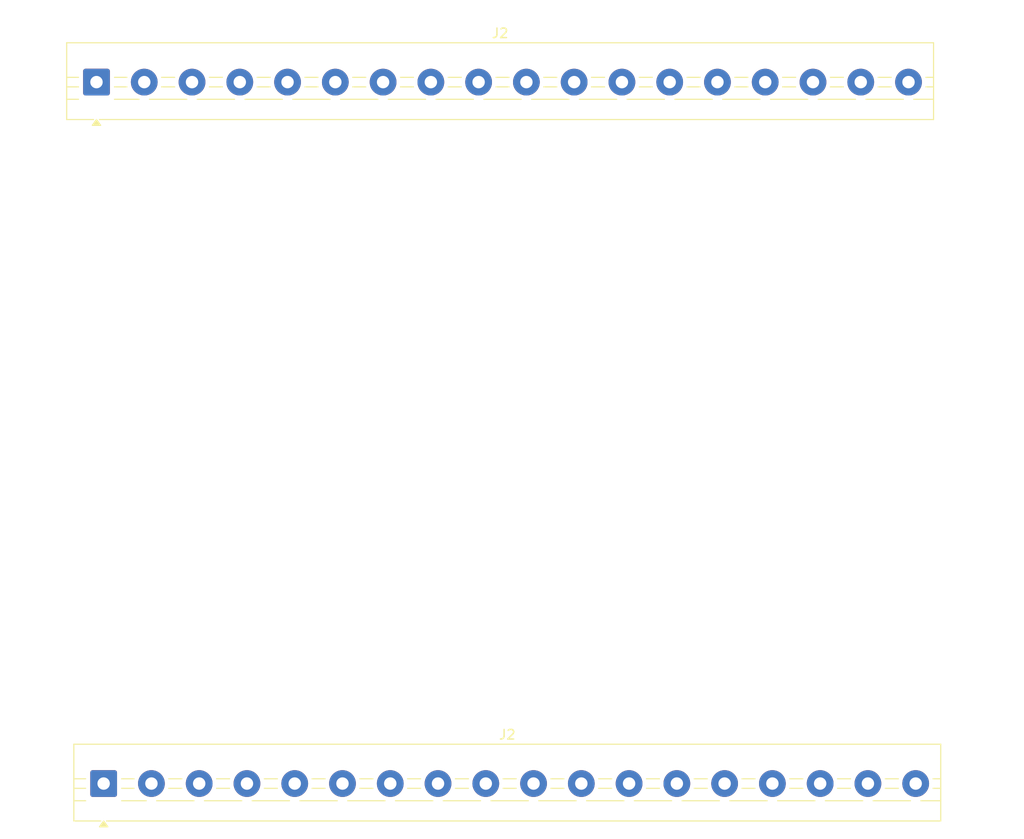
<source format=kicad_pcb>
(kicad_pcb (version 20241229) (generator "pcbnew") (generator_version "9.0")
  (layers (0 "F.Cu" signal) (2 "B.Cu" signal) (13 "F.Paste" user) (15 "B.Paste" user) (5 "F.SilkS" user "F.Silkscreen") (7 "B.SilkS" user "B.Silkscreen") (1 "F.Mask" user) (3 "B.Mask" user) (25 "Edge.Cuts" user))
  (net 0 "")
  (footprint "TerminalBlock:TerminalBlock_MaiXu_MX126-5.0-18P_1x18_P5.00mm" (layer "F.Cu") (at 70.75 112.9675)
    (property "Reference" "J2" (at 42.25 -5.12 0) (layer "F.SilkS"))
    (property "Value" "Screw_Terminal_01x18")
    (fp_line (start -3.12 -4.12) (end 87.62 -4.12) (stroke (width 0.12)) (layer "F.SilkS"))
    (fp_line (start -3.12 -0.5) (end -1.88 -0.5) (stroke (width 0.12)) (layer "F.SilkS"))
    (fp_line (start -3.12 0.5) (end -1.88 0.5) (stroke (width 0.12)) (layer "F.SilkS"))
    (fp_line (start -3.12 1.8) (end -1.88 1.8) (stroke (width 0.12)) (layer "F.SilkS"))
    (fp_line (start -3.12 3.92) (end -3.12 -4.12) (stroke (width 0.12)) (layer "F.SilkS"))
    (fp_line (start -0.3 3.92) (end -3.12 3.92) (stroke (width 0.12)) (layer "F.SilkS"))
    (fp_line (start 1.88 -0.5) (end 3.188 -0.5) (stroke (width 0.12)) (layer "F.SilkS"))
    (fp_line (start 1.88 0.5) (end 3.188 0.5) (stroke (width 0.12)) (layer "F.SilkS"))
    (fp_line (start 1.88 1.8) (end 4.457 1.8) (stroke (width 0.12)) (layer "F.SilkS"))
    (fp_line (start 5.543 1.8) (end 9.457 1.8) (stroke (width 0.12)) (layer "F.SilkS"))
    (fp_line (start 6.812 -0.5) (end 8.188 -0.5) (stroke (width 0.12)) (layer "F.SilkS"))
    (fp_line (start 6.812 0.5) (end 8.188 0.5) (stroke (width 0.12)) (layer "F.SilkS"))
    (fp_line (start 10.543 1.8) (end 14.457 1.8) (stroke (width 0.12)) (layer "F.SilkS"))
    (fp_line (start 11.812 -0.5) (end 13.188 -0.5) (stroke (width 0.12)) (layer "F.SilkS"))
    (fp_line (start 11.812 0.5) (end 13.188 0.5) (stroke (width 0.12)) (layer "F.SilkS"))
    (fp_line (start 15.543 1.8) (end 19.457 1.8) (stroke (width 0.12)) (layer "F.SilkS"))
    (fp_line (start 16.812 -0.5) (end 18.188 -0.5) (stroke (width 0.12)) (layer "F.SilkS"))
    (fp_line (start 16.812 0.5) (end 18.188 0.5) (stroke (width 0.12)) (layer "F.SilkS"))
    (fp_line (start 20.543 1.8) (end 24.457 1.8) (stroke (width 0.12)) (layer "F.SilkS"))
    (fp_line (start 21.812 -0.5) (end 23.188 -0.5) (stroke (width 0.12)) (layer "F.SilkS"))
    (fp_line (start 21.812 0.5) (end 23.188 0.5) (stroke (width 0.12)) (layer "F.SilkS"))
    (fp_line (start 25.543 1.8) (end 29.457 1.8) (stroke (width 0.12)) (layer "F.SilkS"))
    (fp_line (start 26.812 -0.5) (end 28.188 -0.5) (stroke (width 0.12)) (layer "F.SilkS"))
    (fp_line (start 26.812 0.5) (end 28.188 0.5) (stroke (width 0.12)) (layer "F.SilkS"))
    (fp_line (start 30.543 1.8) (end 34.457 1.8) (stroke (width 0.12)) (layer "F.SilkS"))
    (fp_line (start 31.812 -0.5) (end 33.188 -0.5) (stroke (width 0.12)) (layer "F.SilkS"))
    (fp_line (start 31.812 0.5) (end 33.188 0.5) (stroke (width 0.12)) (layer "F.SilkS"))
    (fp_line (start 35.543 1.8) (end 39.457 1.8) (stroke (width 0.12)) (layer "F.SilkS"))
    (fp_line (start 36.812 -0.5) (end 38.188 -0.5) (stroke (width 0.12)) (layer "F.SilkS"))
    (fp_line (start 36.812 0.5) (end 38.188 0.5) (stroke (width 0.12)) (layer "F.SilkS"))
    (fp_line (start 40.543 1.8) (end 44.457 1.8) (stroke (width 0.12)) (layer "F.SilkS"))
    (fp_line (start 41.812 -0.5) (end 43.188 -0.5) (stroke (width 0.12)) (layer "F.SilkS"))
    (fp_line (start 41.812 0.5) (end 43.188 0.5) (stroke (width 0.12)) (layer "F.SilkS"))
    (fp_line (start 45.543 1.8) (end 49.457 1.8) (stroke (width 0.12)) (layer "F.SilkS"))
    (fp_line (start 46.812 -0.5) (end 48.188 -0.5) (stroke (width 0.12)) (layer "F.SilkS"))
    (fp_line (start 46.812 0.5) (end 48.188 0.5) (stroke (width 0.12)) (layer "F.SilkS"))
    (fp_line (start 50.543 1.8) (end 54.457 1.8) (stroke (width 0.12)) (layer "F.SilkS"))
    (fp_line (start 51.812 -0.5) (end 53.188 -0.5) (stroke (width 0.12)) (layer "F.SilkS"))
    (fp_line (start 51.812 0.5) (end 53.188 0.5) (stroke (width 0.12)) (layer "F.SilkS"))
    (fp_line (start 55.543 1.8) (end 59.457 1.8) (stroke (width 0.12)) (layer "F.SilkS"))
    (fp_line (start 56.812 -0.5) (end 58.188 -0.5) (stroke (width 0.12)) (layer "F.SilkS"))
    (fp_line (start 56.812 0.5) (end 58.188 0.5) (stroke (width 0.12)) (layer "F.SilkS"))
    (fp_line (start 60.543 1.8) (end 64.457 1.8) (stroke (width 0.12)) (layer "F.SilkS"))
    (fp_line (start 61.812 -0.5) (end 63.188 -0.5) (stroke (width 0.12)) (layer "F.SilkS"))
    (fp_line (start 61.812 0.5) (end 63.188 0.5) (stroke (width 0.12)) (layer "F.SilkS"))
    (fp_line (start 65.543 1.8) (end 69.457 1.8) (stroke (width 0.12)) (layer "F.SilkS"))
    (fp_line (start 66.812 -0.5) (end 68.188 -0.5) (stroke (width 0.12)) (layer "F.SilkS"))
    (fp_line (start 66.812 0.5) (end 68.188 0.5) (stroke (width 0.12)) (layer "F.SilkS"))
    (fp_line (start 70.543 1.8) (end 74.457 1.8) (stroke (width 0.12)) (layer "F.SilkS"))
    (fp_line (start 71.812 -0.5) (end 73.188 -0.5) (stroke (width 0.12)) (layer "F.SilkS"))
    (fp_line (start 71.812 0.5) (end 73.188 0.5) (stroke (width 0.12)) (layer "F.SilkS"))
    (fp_line (start 75.543 1.8) (end 79.457 1.8) (stroke (width 0.12)) (layer "F.SilkS"))
    (fp_line (start 76.812 -0.5) (end 78.188 -0.5) (stroke (width 0.12)) (layer "F.SilkS"))
    (fp_line (start 76.812 0.5) (end 78.188 0.5) (stroke (width 0.12)) (layer "F.SilkS"))
    (fp_line (start 80.543 1.8) (end 84.457 1.8) (stroke (width 0.12)) (layer "F.SilkS"))
    (fp_line (start 81.812 -0.5) (end 83.188 -0.5) (stroke (width 0.12)) (layer "F.SilkS"))
    (fp_line (start 81.812 0.5) (end 83.188 0.5) (stroke (width 0.12)) (layer "F.SilkS"))
    (fp_line (start 85.543 1.8) (end 87.62 1.8) (stroke (width 0.12)) (layer "F.SilkS"))
    (fp_line (start 86.812 -0.5) (end 87.62 -0.5) (stroke (width 0.12)) (layer "F.SilkS"))
    (fp_line (start 86.812 0.5) (end 87.62 0.5) (stroke (width 0.12)) (layer "F.SilkS"))
    (fp_line (start 87.62 -4.12) (end 87.62 3.92) (stroke (width 0.12)) (layer "F.SilkS"))
    (fp_line (start 87.62 3.92) (end 0.3 3.92) (stroke (width 0.12)) (layer "F.SilkS"))
    (fp_poly (pts (xy 0 3.92) (xy 0.44 4.53) (xy -0.44 4.53)) (stroke (width 0.12)) (fill yes) (layer "F.SilkS"))
    (pad "1" thru_hole roundrect (at 0 0) (size 2.8 2.8) (drill 1.3) (layers "*.Cu" "*.Mask") (roundrect_rratio 0.089286))
    (pad "2" thru_hole circle (at 5 0) (size 2.8 2.8) (drill 1.3) (layers "*.Cu" "*.Mask"))
    (pad "3" thru_hole circle (at 10 0) (size 2.8 2.8) (drill 1.3) (layers "*.Cu" "*.Mask"))
    (pad "4" thru_hole circle (at 15 0) (size 2.8 2.8) (drill 1.3) (layers "*.Cu" "*.Mask"))
    (pad "5" thru_hole circle (at 20 0) (size 2.8 2.8) (drill 1.3) (layers "*.Cu" "*.Mask"))
    (pad "6" thru_hole circle (at 25 0) (size 2.8 2.8) (drill 1.3) (layers "*.Cu" "*.Mask"))
    (pad "7" thru_hole circle (at 30 0) (size 2.8 2.8) (drill 1.3) (layers "*.Cu" "*.Mask"))
    (pad "8" thru_hole circle (at 35 0) (size 2.8 2.8) (drill 1.3) (layers "*.Cu" "*.Mask"))
    (pad "9" thru_hole circle (at 40 0) (size 2.8 2.8) (drill 1.3) (layers "*.Cu" "*.Mask"))
    (pad "10" thru_hole circle (at 45 0) (size 2.8 2.8) (drill 1.3) (layers "*.Cu" "*.Mask"))
    (pad "11" thru_hole circle (at 50 0) (size 2.8 2.8) (drill 1.3) (layers "*.Cu" "*.Mask"))
    (pad "12" thru_hole circle (at 55 0) (size 2.8 2.8) (drill 1.3) (layers "*.Cu" "*.Mask"))
    (pad "13" thru_hole circle (at 60 0) (size 2.8 2.8) (drill 1.3) (layers "*.Cu" "*.Mask"))
    (pad "14" thru_hole circle (at 65 0) (size 2.8 2.8) (drill 1.3) (layers "*.Cu" "*.Mask"))
    (pad "15" thru_hole circle (at 70 0) (size 2.8 2.8) (drill 1.3) (layers "*.Cu" "*.Mask"))
    (pad "16" thru_hole circle (at 75 0) (size 2.8 2.8) (drill 1.3) (layers "*.Cu" "*.Mask"))
    (pad "17" thru_hole circle (at 80 0) (size 2.8 2.8) (drill 1.3) (layers "*.Cu" "*.Mask"))
    (pad "18" thru_hole circle (at 85 0) (size 2.8 2.8) (drill 1.3) (layers "*.Cu" "*.Mask"))
  )
  (footprint "TerminalBlock:TerminalBlock_MaiXu_MX126-5.0-18P_1x18_P5.00mm" (layer "F.Cu") (at 70 39.5)
    (property "Reference" "J2" (at 42.25 -5.12 0) (layer "F.SilkS"))
    (property "Value" "Screw_Terminal_01x18")
    (fp_line (start -3.12 -4.12) (end 87.62 -4.12) (stroke (width 0.12)) (layer "F.SilkS"))
    (fp_line (start -3.12 -0.5) (end -1.88 -0.5) (stroke (width 0.12)) (layer "F.SilkS"))
    (fp_line (start -3.12 0.5) (end -1.88 0.5) (stroke (width 0.12)) (layer "F.SilkS"))
    (fp_line (start -3.12 1.8) (end -1.88 1.8) (stroke (width 0.12)) (layer "F.SilkS"))
    (fp_line (start -3.12 3.92) (end -3.12 -4.12) (stroke (width 0.12)) (layer "F.SilkS"))
    (fp_line (start -0.3 3.92) (end -3.12 3.92) (stroke (width 0.12)) (layer "F.SilkS"))
    (fp_line (start 1.88 -0.5) (end 3.188 -0.5) (stroke (width 0.12)) (layer "F.SilkS"))
    (fp_line (start 1.88 0.5) (end 3.188 0.5) (stroke (width 0.12)) (layer "F.SilkS"))
    (fp_line (start 1.88 1.8) (end 4.457 1.8) (stroke (width 0.12)) (layer "F.SilkS"))
    (fp_line (start 5.543 1.8) (end 9.457 1.8) (stroke (width 0.12)) (layer "F.SilkS"))
    (fp_line (start 6.812 -0.5) (end 8.188 -0.5) (stroke (width 0.12)) (layer "F.SilkS"))
    (fp_line (start 6.812 0.5) (end 8.188 0.5) (stroke (width 0.12)) (layer "F.SilkS"))
    (fp_line (start 10.543 1.8) (end 14.457 1.8) (stroke (width 0.12)) (layer "F.SilkS"))
    (fp_line (start 11.812 -0.5) (end 13.188 -0.5) (stroke (width 0.12)) (layer "F.SilkS"))
    (fp_line (start 11.812 0.5) (end 13.188 0.5) (stroke (width 0.12)) (layer "F.SilkS"))
    (fp_line (start 15.543 1.8) (end 19.457 1.8) (stroke (width 0.12)) (layer "F.SilkS"))
    (fp_line (start 16.812 -0.5) (end 18.188 -0.5) (stroke (width 0.12)) (layer "F.SilkS"))
    (fp_line (start 16.812 0.5) (end 18.188 0.5) (stroke (width 0.12)) (layer "F.SilkS"))
    (fp_line (start 20.543 1.8) (end 24.457 1.8) (stroke (width 0.12)) (layer "F.SilkS"))
    (fp_line (start 21.812 -0.5) (end 23.188 -0.5) (stroke (width 0.12)) (layer "F.SilkS"))
    (fp_line (start 21.812 0.5) (end 23.188 0.5) (stroke (width 0.12)) (layer "F.SilkS"))
    (fp_line (start 25.543 1.8) (end 29.457 1.8) (stroke (width 0.12)) (layer "F.SilkS"))
    (fp_line (start 26.812 -0.5) (end 28.188 -0.5) (stroke (width 0.12)) (layer "F.SilkS"))
    (fp_line (start 26.812 0.5) (end 28.188 0.5) (stroke (width 0.12)) (layer "F.SilkS"))
    (fp_line (start 30.543 1.8) (end 34.457 1.8) (stroke (width 0.12)) (layer "F.SilkS"))
    (fp_line (start 31.812 -0.5) (end 33.188 -0.5) (stroke (width 0.12)) (layer "F.SilkS"))
    (fp_line (start 31.812 0.5) (end 33.188 0.5) (stroke (width 0.12)) (layer "F.SilkS"))
    (fp_line (start 35.543 1.8) (end 39.457 1.8) (stroke (width 0.12)) (layer "F.SilkS"))
    (fp_line (start 36.812 -0.5) (end 38.188 -0.5) (stroke (width 0.12)) (layer "F.SilkS"))
    (fp_line (start 36.812 0.5) (end 38.188 0.5) (stroke (width 0.12)) (layer "F.SilkS"))
    (fp_line (start 40.543 1.8) (end 44.457 1.8) (stroke (width 0.12)) (layer "F.SilkS"))
    (fp_line (start 41.812 -0.5) (end 43.188 -0.5) (stroke (width 0.12)) (layer "F.SilkS"))
    (fp_line (start 41.812 0.5) (end 43.188 0.5) (stroke (width 0.12)) (layer "F.SilkS"))
    (fp_line (start 45.543 1.8) (end 49.457 1.8) (stroke (width 0.12)) (layer "F.SilkS"))
    (fp_line (start 46.812 -0.5) (end 48.188 -0.5) (stroke (width 0.12)) (layer "F.SilkS"))
    (fp_line (start 46.812 0.5) (end 48.188 0.5) (stroke (width 0.12)) (layer "F.SilkS"))
    (fp_line (start 50.543 1.8) (end 54.457 1.8) (stroke (width 0.12)) (layer "F.SilkS"))
    (fp_line (start 51.812 -0.5) (end 53.188 -0.5) (stroke (width 0.12)) (layer "F.SilkS"))
    (fp_line (start 51.812 0.5) (end 53.188 0.5) (stroke (width 0.12)) (layer "F.SilkS"))
    (fp_line (start 55.543 1.8) (end 59.457 1.8) (stroke (width 0.12)) (layer "F.SilkS"))
    (fp_line (start 56.812 -0.5) (end 58.188 -0.5) (stroke (width 0.12)) (layer "F.SilkS"))
    (fp_line (start 56.812 0.5) (end 58.188 0.5) (stroke (width 0.12)) (layer "F.SilkS"))
    (fp_line (start 60.543 1.8) (end 64.457 1.8) (stroke (width 0.12)) (layer "F.SilkS"))
    (fp_line (start 61.812 -0.5) (end 63.188 -0.5) (stroke (width 0.12)) (layer "F.SilkS"))
    (fp_line (start 61.812 0.5) (end 63.188 0.5) (stroke (width 0.12)) (layer "F.SilkS"))
    (fp_line (start 65.543 1.8) (end 69.457 1.8) (stroke (width 0.12)) (layer "F.SilkS"))
    (fp_line (start 66.812 -0.5) (end 68.188 -0.5) (stroke (width 0.12)) (layer "F.SilkS"))
    (fp_line (start 66.812 0.5) (end 68.188 0.5) (stroke (width 0.12)) (layer "F.SilkS"))
    (fp_line (start 70.543 1.8) (end 74.457 1.8) (stroke (width 0.12)) (layer "F.SilkS"))
    (fp_line (start 71.812 -0.5) (end 73.188 -0.5) (stroke (width 0.12)) (layer "F.SilkS"))
    (fp_line (start 71.812 0.5) (end 73.188 0.5) (stroke (width 0.12)) (layer "F.SilkS"))
    (fp_line (start 75.543 1.8) (end 79.457 1.8) (stroke (width 0.12)) (layer "F.SilkS"))
    (fp_line (start 76.812 -0.5) (end 78.188 -0.5) (stroke (width 0.12)) (layer "F.SilkS"))
    (fp_line (start 76.812 0.5) (end 78.188 0.5) (stroke (width 0.12)) (layer "F.SilkS"))
    (fp_line (start 80.543 1.8) (end 84.457 1.8) (stroke (width 0.12)) (layer "F.SilkS"))
    (fp_line (start 81.812 -0.5) (end 83.188 -0.5) (stroke (width 0.12)) (layer "F.SilkS"))
    (fp_line (start 81.812 0.5) (end 83.188 0.5) (stroke (width 0.12)) (layer "F.SilkS"))
    (fp_line (start 85.543 1.8) (end 87.62 1.8) (stroke (width 0.12)) (layer "F.SilkS"))
    (fp_line (start 86.812 -0.5) (end 87.62 -0.5) (stroke (width 0.12)) (layer "F.SilkS"))
    (fp_line (start 86.812 0.5) (end 87.62 0.5) (stroke (width 0.12)) (layer "F.SilkS"))
    (fp_line (start 87.62 -4.12) (end 87.62 3.92) (stroke (width 0.12)) (layer "F.SilkS"))
    (fp_line (start 87.62 3.92) (end 0.3 3.92) (stroke (width 0.12)) (layer "F.SilkS"))
    (fp_poly (pts (xy 0 3.92) (xy 0.44 4.53) (xy -0.44 4.53)) (stroke (width 0.12)) (fill yes) (layer "F.SilkS"))
    (pad "1" thru_hole roundrect (at 0 0) (size 2.8 2.8) (drill 1.3) (layers "*.Cu" "*.Mask") (roundrect_rratio 0.089286))
    (pad "2" thru_hole circle (at 5 0) (size 2.8 2.8) (drill 1.3) (layers "*.Cu" "*.Mask"))
    (pad "3" thru_hole circle (at 10 0) (size 2.8 2.8) (drill 1.3) (layers "*.Cu" "*.Mask"))
    (pad "4" thru_hole circle (at 15 0) (size 2.8 2.8) (drill 1.3) (layers "*.Cu" "*.Mask"))
    (pad "5" thru_hole circle (at 20 0) (size 2.8 2.8) (drill 1.3) (layers "*.Cu" "*.Mask"))
    (pad "6" thru_hole circle (at 25 0) (size 2.8 2.8) (drill 1.3) (layers "*.Cu" "*.Mask"))
    (pad "7" thru_hole circle (at 30 0) (size 2.8 2.8) (drill 1.3) (layers "*.Cu" "*.Mask"))
    (pad "8" thru_hole circle (at 35 0) (size 2.8 2.8) (drill 1.3) (layers "*.Cu" "*.Mask"))
    (pad "9" thru_hole circle (at 40 0) (size 2.8 2.8) (drill 1.3) (layers "*.Cu" "*.Mask"))
    (pad "10" thru_hole circle (at 45 0) (size 2.8 2.8) (drill 1.3) (layers "*.Cu" "*.Mask"))
    (pad "11" thru_hole circle (at 50 0) (size 2.8 2.8) (drill 1.3) (layers "*.Cu" "*.Mask"))
    (pad "12" thru_hole circle (at 55 0) (size 2.8 2.8) (drill 1.3) (layers "*.Cu" "*.Mask"))
    (pad "13" thru_hole circle (at 60 0) (size 2.8 2.8) (drill 1.3) (layers "*.Cu" "*.Mask"))
    (pad "14" thru_hole circle (at 65 0) (size 2.8 2.8) (drill 1.3) (layers "*.Cu" "*.Mask"))
    (pad "15" thru_hole circle (at 70 0) (size 2.8 2.8) (drill 1.3) (layers "*.Cu" "*.Mask"))
    (pad "16" thru_hole circle (at 75 0) (size 2.8 2.8) (drill 1.3) (layers "*.Cu" "*.Mask"))
    (pad "17" thru_hole circle (at 80 0) (size 2.8 2.8) (drill 1.3) (layers "*.Cu" "*.Mask"))
    (pad "18" thru_hole circle (at 85 0) (size 2.8 2.8) (drill 1.3) (layers "*.Cu" "*.Mask"))
  )
)
</source>
